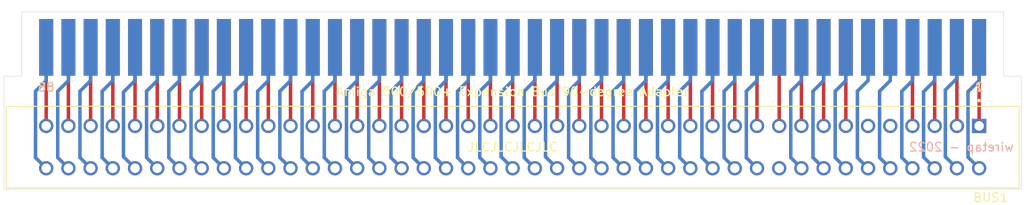
<source format=kicad_pcb>
(kicad_pcb (version 20171130) (host pcbnew "(5.1.6)-1")

  (general
    (thickness 1.6)
    (drawings 12)
    (tracks 209)
    (zones 0)
    (modules 2)
    (nets 78)
  )

  (page A4)
  (layers
    (0 F.Cu signal)
    (31 B.Cu signal)
    (32 B.Adhes user)
    (33 F.Adhes user)
    (34 B.Paste user)
    (35 F.Paste user)
    (36 B.SilkS user)
    (37 F.SilkS user)
    (38 B.Mask user)
    (39 F.Mask user)
    (40 Dwgs.User user)
    (41 Cmts.User user)
    (42 Eco1.User user)
    (43 Eco2.User user)
    (44 Edge.Cuts user)
    (45 Margin user)
    (46 B.CrtYd user)
    (47 F.CrtYd user)
    (48 B.Fab user)
    (49 F.Fab user)
  )

  (setup
    (last_trace_width 0.25)
    (user_trace_width 0.4)
    (trace_clearance 0.2)
    (zone_clearance 0.508)
    (zone_45_only no)
    (trace_min 0.2)
    (via_size 0.8)
    (via_drill 0.4)
    (via_min_size 0.4)
    (via_min_drill 0.3)
    (uvia_size 0.3)
    (uvia_drill 0.1)
    (uvias_allowed no)
    (uvia_min_size 0.2)
    (uvia_min_drill 0.1)
    (edge_width 0.05)
    (segment_width 0.2)
    (pcb_text_width 0.3)
    (pcb_text_size 1.5 1.5)
    (mod_edge_width 0.12)
    (mod_text_size 1 1)
    (mod_text_width 0.15)
    (pad_size 1.524 1.524)
    (pad_drill 0.762)
    (pad_to_mask_clearance 0.05)
    (aux_axis_origin 0 0)
    (visible_elements 7FFFFFFF)
    (pcbplotparams
      (layerselection 0x010fc_ffffffff)
      (usegerberextensions false)
      (usegerberattributes true)
      (usegerberadvancedattributes true)
      (creategerberjobfile true)
      (excludeedgelayer true)
      (linewidth 0.100000)
      (plotframeref false)
      (viasonmask false)
      (mode 1)
      (useauxorigin false)
      (hpglpennumber 1)
      (hpglpenspeed 20)
      (hpglpendiameter 15.000000)
      (psnegative false)
      (psa4output false)
      (plotreference true)
      (plotvalue true)
      (plotinvisibletext false)
      (padsonsilk false)
      (subtractmaskfromsilk false)
      (outputformat 1)
      (mirror false)
      (drillshape 0)
      (scaleselection 1)
      (outputdirectory "C:/Users/wiretap/Desktop/A500-Side-90/gerbers/"))
  )

  (net 0 "")
  (net 1 /D5)
  (net 2 GND)
  (net 3 /D6)
  (net 4 /D4)
  (net 5 /D7)
  (net 6 /D3)
  (net 7 /D8)
  (net 8 /D2)
  (net 9 /D9)
  (net 10 /D1)
  (net 11 /D10)
  (net 12 /D0)
  (net 13 /AS)
  (net 14 /UDS)
  (net 15 /D11)
  (net 16 /LDS)
  (net 17 /D12)
  (net 18 /RW)
  (net 19 /D13)
  (net 20 /DTACK)
  (net 21 /D14)
  (net 22 /BG)
  (net 23 /D15)
  (net 24 /BGACK)
  (net 25 /BR)
  (net 26 /A23)
  (net 27 /A21)
  (net 28 /A22)
  (net 29 /A20)
  (net 30 /A19)
  (net 31 /RST)
  (net 32 /A18)
  (net 33 /VMA)
  (net 34 /E)
  (net 35 /VPA)
  (net 36 /A17)
  (net 37 /BERR)
  (net 38 /A16)
  (net 39 /IPL2)
  (net 40 /A15)
  (net 41 /IPL1)
  (net 42 /A14)
  (net 43 /IPL0)
  (net 44 /A13)
  (net 45 /A12)
  (net 46 /A11)
  (net 47 /FC2)
  (net 48 /A10)
  (net 49 /FC1)
  (net 50 /A9)
  (net 51 /FC0)
  (net 52 /A8)
  (net 53 /A1)
  (net 54 /A7)
  (net 55 /A2)
  (net 56 /A3)
  (net 57 /A4)
  (net 58 /A6)
  (net 59 /INT6)
  (net 60 /A5)
  (net 61 "Net-(BUS1-Pad20)")
  (net 62 /INT2)
  (net 63 /XRDY)
  (net 64 /HLT)
  (net 65 /CCK)
  (net 66 /CDAC)
  (net 67 /CCKQ)
  (net 68 /CFG)
  (net 69 "Net-(BUS1-Pad11)")
  (net 70 +12V)
  (net 71 "Net-(BUS1-Pad9)")
  (net 72 -12V)
  (net 73 /7MHZ)
  (net 74 +5V)
  (net 75 "Net-(BUS2-Pad20)")
  (net 76 "Net-(BUS2-Pad11)")
  (net 77 "Net-(BUS2-Pad9)")

  (net_class Default "This is the default net class."
    (clearance 0.2)
    (trace_width 0.25)
    (via_dia 0.8)
    (via_drill 0.4)
    (uvia_dia 0.3)
    (uvia_drill 0.1)
    (add_net +12V)
    (add_net +5V)
    (add_net -12V)
    (add_net /7MHZ)
    (add_net /A1)
    (add_net /A10)
    (add_net /A11)
    (add_net /A12)
    (add_net /A13)
    (add_net /A14)
    (add_net /A15)
    (add_net /A16)
    (add_net /A17)
    (add_net /A18)
    (add_net /A19)
    (add_net /A2)
    (add_net /A20)
    (add_net /A21)
    (add_net /A22)
    (add_net /A23)
    (add_net /A3)
    (add_net /A4)
    (add_net /A5)
    (add_net /A6)
    (add_net /A7)
    (add_net /A8)
    (add_net /A9)
    (add_net /AS)
    (add_net /BERR)
    (add_net /BG)
    (add_net /BGACK)
    (add_net /BR)
    (add_net /CCK)
    (add_net /CCKQ)
    (add_net /CDAC)
    (add_net /CFG)
    (add_net /D0)
    (add_net /D1)
    (add_net /D10)
    (add_net /D11)
    (add_net /D12)
    (add_net /D13)
    (add_net /D14)
    (add_net /D15)
    (add_net /D2)
    (add_net /D3)
    (add_net /D4)
    (add_net /D5)
    (add_net /D6)
    (add_net /D7)
    (add_net /D8)
    (add_net /D9)
    (add_net /DTACK)
    (add_net /E)
    (add_net /FC0)
    (add_net /FC1)
    (add_net /FC2)
    (add_net /HLT)
    (add_net /INT2)
    (add_net /INT6)
    (add_net /IPL0)
    (add_net /IPL1)
    (add_net /IPL2)
    (add_net /LDS)
    (add_net /RST)
    (add_net /RW)
    (add_net /UDS)
    (add_net /VMA)
    (add_net /VPA)
    (add_net /XRDY)
    (add_net GND)
    (add_net "Net-(BUS1-Pad11)")
    (add_net "Net-(BUS1-Pad20)")
    (add_net "Net-(BUS1-Pad9)")
    (add_net "Net-(BUS2-Pad11)")
    (add_net "Net-(BUS2-Pad20)")
    (add_net "Net-(BUS2-Pad9)")
  )

  (module SamacSys_Parts:TE_1-5530843-0 (layer F.Cu) (tedit 62267ABB) (tstamp 6226E21C)
    (at 151.638 86.614 180)
    (path /62266E74)
    (fp_text reference BUS1 (at -54.652 -5.7912) (layer F.SilkS)
      (effects (font (size 1 1) (thickness 0.15)))
    )
    (fp_text value A500_SLOT (at -48.937 6.2316) (layer F.Fab)
      (effects (font (size 1 1) (thickness 0.15)))
    )
    (fp_line (start -57.912 -4.6736) (end -57.912 4.6736) (layer F.SilkS) (width 0.127))
    (fp_line (start 57.912 4.6736) (end 57.912 -4.6736) (layer F.SilkS) (width 0.127))
    (fp_line (start 57.912 -4.6736) (end -57.912 -4.6736) (layer F.Fab) (width 0.127))
    (fp_line (start 57.912 4.6736) (end 57.912 -4.6736) (layer F.Fab) (width 0.127))
    (fp_line (start -57.912 4.6736) (end 57.912 4.6736) (layer F.Fab) (width 0.127))
    (fp_line (start -57.912 -4.6736) (end -57.912 4.6736) (layer F.Fab) (width 0.127))
    (fp_line (start 58.162 -4.9236) (end -58.162 -4.9236) (layer F.CrtYd) (width 0.05))
    (fp_line (start 58.162 4.9236) (end 58.162 -4.9236) (layer F.CrtYd) (width 0.05))
    (fp_line (start -58.162 4.9236) (end 58.162 4.9236) (layer F.CrtYd) (width 0.05))
    (fp_line (start -58.162 -4.9236) (end -58.162 4.9236) (layer F.CrtYd) (width 0.05))
    (fp_line (start 57.912 -4.6736) (end -57.912 -4.6736) (layer F.SilkS) (width 0.127))
    (fp_line (start -57.912 4.6736) (end 57.912 4.6736) (layer F.SilkS) (width 0.127))
    (fp_circle (center -53.34 5.334) (end -53.24 5.334) (layer F.SilkS) (width 0.2))
    (fp_circle (center -53.34 5.334) (end -53.24 5.334) (layer F.Fab) (width 0.2))
    (pad 86 thru_hole circle (at 53.34 -2.4257 180) (size 1.6383 1.6383) (drill 1.0922) (layers *.Cu *.Mask)
      (net 1 /D5))
    (pad 85 thru_hole circle (at 53.34 2.4257 180) (size 1.6383 1.6383) (drill 1.0922) (layers *.Cu *.Mask)
      (net 2 GND))
    (pad 84 thru_hole circle (at 50.8 -2.4257 180) (size 1.6383 1.6383) (drill 1.0922) (layers *.Cu *.Mask)
      (net 3 /D6))
    (pad 83 thru_hole circle (at 50.8 2.4257 180) (size 1.6383 1.6383) (drill 1.0922) (layers *.Cu *.Mask)
      (net 4 /D4))
    (pad 82 thru_hole circle (at 48.26 -2.4257 180) (size 1.6383 1.6383) (drill 1.0922) (layers *.Cu *.Mask)
      (net 5 /D7))
    (pad 81 thru_hole circle (at 48.26 2.4257 180) (size 1.6383 1.6383) (drill 1.0922) (layers *.Cu *.Mask)
      (net 6 /D3))
    (pad 80 thru_hole circle (at 45.72 -2.4257 180) (size 1.6383 1.6383) (drill 1.0922) (layers *.Cu *.Mask)
      (net 7 /D8))
    (pad 79 thru_hole circle (at 45.72 2.4257 180) (size 1.6383 1.6383) (drill 1.0922) (layers *.Cu *.Mask)
      (net 8 /D2))
    (pad 78 thru_hole circle (at 43.18 -2.4257 180) (size 1.6383 1.6383) (drill 1.0922) (layers *.Cu *.Mask)
      (net 9 /D9))
    (pad 77 thru_hole circle (at 43.18 2.4257 180) (size 1.6383 1.6383) (drill 1.0922) (layers *.Cu *.Mask)
      (net 10 /D1))
    (pad 76 thru_hole circle (at 40.64 -2.4257 180) (size 1.6383 1.6383) (drill 1.0922) (layers *.Cu *.Mask)
      (net 11 /D10))
    (pad 75 thru_hole circle (at 40.64 2.4257 180) (size 1.6383 1.6383) (drill 1.0922) (layers *.Cu *.Mask)
      (net 12 /D0))
    (pad 74 thru_hole circle (at 38.1 -2.4257 180) (size 1.6383 1.6383) (drill 1.0922) (layers *.Cu *.Mask)
      (net 13 /AS))
    (pad 73 thru_hole circle (at 38.1 2.4257 180) (size 1.6383 1.6383) (drill 1.0922) (layers *.Cu *.Mask)
      (net 2 GND))
    (pad 72 thru_hole circle (at 35.56 -2.4257 180) (size 1.6383 1.6383) (drill 1.0922) (layers *.Cu *.Mask)
      (net 14 /UDS))
    (pad 71 thru_hole circle (at 35.56 2.4257 180) (size 1.6383 1.6383) (drill 1.0922) (layers *.Cu *.Mask)
      (net 15 /D11))
    (pad 70 thru_hole circle (at 33.02 -2.4257 180) (size 1.6383 1.6383) (drill 1.0922) (layers *.Cu *.Mask)
      (net 16 /LDS))
    (pad 69 thru_hole circle (at 33.02 2.4257 180) (size 1.6383 1.6383) (drill 1.0922) (layers *.Cu *.Mask)
      (net 17 /D12))
    (pad 68 thru_hole circle (at 30.48 -2.4257 180) (size 1.6383 1.6383) (drill 1.0922) (layers *.Cu *.Mask)
      (net 18 /RW))
    (pad 67 thru_hole circle (at 30.48 2.4257 180) (size 1.6383 1.6383) (drill 1.0922) (layers *.Cu *.Mask)
      (net 19 /D13))
    (pad 66 thru_hole circle (at 27.94 -2.4257 180) (size 1.6383 1.6383) (drill 1.0922) (layers *.Cu *.Mask)
      (net 20 /DTACK))
    (pad 65 thru_hole circle (at 27.94 2.4257 180) (size 1.6383 1.6383) (drill 1.0922) (layers *.Cu *.Mask)
      (net 21 /D14))
    (pad 64 thru_hole circle (at 25.4 -2.4257 180) (size 1.6383 1.6383) (drill 1.0922) (layers *.Cu *.Mask)
      (net 22 /BG))
    (pad 63 thru_hole circle (at 25.4 2.4257 180) (size 1.6383 1.6383) (drill 1.0922) (layers *.Cu *.Mask)
      (net 23 /D15))
    (pad 62 thru_hole circle (at 22.86 -2.4257 180) (size 1.6383 1.6383) (drill 1.0922) (layers *.Cu *.Mask)
      (net 24 /BGACK))
    (pad 61 thru_hole circle (at 22.86 2.4257 180) (size 1.6383 1.6383) (drill 1.0922) (layers *.Cu *.Mask)
      (net 2 GND))
    (pad 60 thru_hole circle (at 20.32 -2.4257 180) (size 1.6383 1.6383) (drill 1.0922) (layers *.Cu *.Mask)
      (net 25 /BR))
    (pad 59 thru_hole circle (at 20.32 2.4257 180) (size 1.6383 1.6383) (drill 1.0922) (layers *.Cu *.Mask)
      (net 26 /A23))
    (pad 58 thru_hole circle (at 17.78 -2.4257 180) (size 1.6383 1.6383) (drill 1.0922) (layers *.Cu *.Mask)
      (net 27 /A21))
    (pad 57 thru_hole circle (at 17.78 2.4257 180) (size 1.6383 1.6383) (drill 1.0922) (layers *.Cu *.Mask)
      (net 28 /A22))
    (pad 56 thru_hole circle (at 15.24 -2.4257 180) (size 1.6383 1.6383) (drill 1.0922) (layers *.Cu *.Mask)
      (net 29 /A20))
    (pad 55 thru_hole circle (at 15.24 2.4257 180) (size 1.6383 1.6383) (drill 1.0922) (layers *.Cu *.Mask))
    (pad 54 thru_hole circle (at 12.7 -2.4257 180) (size 1.6383 1.6383) (drill 1.0922) (layers *.Cu *.Mask)
      (net 30 /A19))
    (pad 53 thru_hole circle (at 12.7 2.4257 180) (size 1.6383 1.6383) (drill 1.0922) (layers *.Cu *.Mask)
      (net 31 /RST))
    (pad 52 thru_hole circle (at 10.16 -2.4257 180) (size 1.6383 1.6383) (drill 1.0922) (layers *.Cu *.Mask)
      (net 32 /A18))
    (pad 51 thru_hole circle (at 10.16 2.4257 180) (size 1.6383 1.6383) (drill 1.0922) (layers *.Cu *.Mask)
      (net 33 /VMA))
    (pad 50 thru_hole circle (at 7.62 -2.4257 180) (size 1.6383 1.6383) (drill 1.0922) (layers *.Cu *.Mask)
      (net 34 /E))
    (pad 49 thru_hole circle (at 7.62 2.4257 180) (size 1.6383 1.6383) (drill 1.0922) (layers *.Cu *.Mask)
      (net 2 GND))
    (pad 48 thru_hole circle (at 5.08 -2.4257 180) (size 1.6383 1.6383) (drill 1.0922) (layers *.Cu *.Mask)
      (net 35 /VPA))
    (pad 47 thru_hole circle (at 5.08 2.4257 180) (size 1.6383 1.6383) (drill 1.0922) (layers *.Cu *.Mask)
      (net 36 /A17))
    (pad 46 thru_hole circle (at 2.54 -2.4257 180) (size 1.6383 1.6383) (drill 1.0922) (layers *.Cu *.Mask)
      (net 37 /BERR))
    (pad 45 thru_hole circle (at 2.54 2.4257 180) (size 1.6383 1.6383) (drill 1.0922) (layers *.Cu *.Mask)
      (net 38 /A16))
    (pad 44 thru_hole circle (at 0 -2.4257 180) (size 1.6383 1.6383) (drill 1.0922) (layers *.Cu *.Mask)
      (net 39 /IPL2))
    (pad 43 thru_hole circle (at 0 2.4257 180) (size 1.6383 1.6383) (drill 1.0922) (layers *.Cu *.Mask)
      (net 40 /A15))
    (pad 42 thru_hole circle (at -2.54 -2.4257 180) (size 1.6383 1.6383) (drill 1.0922) (layers *.Cu *.Mask)
      (net 41 /IPL1))
    (pad 41 thru_hole circle (at -2.54 2.4257 180) (size 1.6383 1.6383) (drill 1.0922) (layers *.Cu *.Mask)
      (net 42 /A14))
    (pad 40 thru_hole circle (at -5.08 -2.4257 180) (size 1.6383 1.6383) (drill 1.0922) (layers *.Cu *.Mask)
      (net 43 /IPL0))
    (pad 39 thru_hole circle (at -5.08 2.4257 180) (size 1.6383 1.6383) (drill 1.0922) (layers *.Cu *.Mask)
      (net 44 /A13))
    (pad 38 thru_hole circle (at -7.62 -2.4257 180) (size 1.6383 1.6383) (drill 1.0922) (layers *.Cu *.Mask)
      (net 45 /A12))
    (pad 37 thru_hole circle (at -7.62 2.4257 180) (size 1.6383 1.6383) (drill 1.0922) (layers *.Cu *.Mask)
      (net 2 GND))
    (pad 36 thru_hole circle (at -10.16 -2.4257 180) (size 1.6383 1.6383) (drill 1.0922) (layers *.Cu *.Mask)
      (net 46 /A11))
    (pad 35 thru_hole circle (at -10.16 2.4257 180) (size 1.6383 1.6383) (drill 1.0922) (layers *.Cu *.Mask)
      (net 47 /FC2))
    (pad 34 thru_hole circle (at -12.7 -2.4257 180) (size 1.6383 1.6383) (drill 1.0922) (layers *.Cu *.Mask)
      (net 48 /A10))
    (pad 33 thru_hole circle (at -12.7 2.4257 180) (size 1.6383 1.6383) (drill 1.0922) (layers *.Cu *.Mask)
      (net 49 /FC1))
    (pad 32 thru_hole circle (at -15.24 -2.4257 180) (size 1.6383 1.6383) (drill 1.0922) (layers *.Cu *.Mask)
      (net 50 /A9))
    (pad 31 thru_hole circle (at -15.24 2.4257 180) (size 1.6383 1.6383) (drill 1.0922) (layers *.Cu *.Mask)
      (net 51 /FC0))
    (pad 30 thru_hole circle (at -17.78 -2.4257 180) (size 1.6383 1.6383) (drill 1.0922) (layers *.Cu *.Mask)
      (net 52 /A8))
    (pad 29 thru_hole circle (at -17.78 2.4257 180) (size 1.6383 1.6383) (drill 1.0922) (layers *.Cu *.Mask)
      (net 53 /A1))
    (pad 28 thru_hole circle (at -20.32 -2.4257 180) (size 1.6383 1.6383) (drill 1.0922) (layers *.Cu *.Mask)
      (net 54 /A7))
    (pad 27 thru_hole circle (at -20.32 2.4257 180) (size 1.6383 1.6383) (drill 1.0922) (layers *.Cu *.Mask)
      (net 55 /A2))
    (pad 26 thru_hole circle (at -22.86 -2.4257 180) (size 1.6383 1.6383) (drill 1.0922) (layers *.Cu *.Mask)
      (net 56 /A3))
    (pad 25 thru_hole circle (at -22.86 2.4257 180) (size 1.6383 1.6383) (drill 1.0922) (layers *.Cu *.Mask)
      (net 2 GND))
    (pad 24 thru_hole circle (at -25.4 -2.4257 180) (size 1.6383 1.6383) (drill 1.0922) (layers *.Cu *.Mask)
      (net 57 /A4))
    (pad 23 thru_hole circle (at -25.4 2.4257 180) (size 1.6383 1.6383) (drill 1.0922) (layers *.Cu *.Mask)
      (net 58 /A6))
    (pad 22 thru_hole circle (at -27.94 -2.4257 180) (size 1.6383 1.6383) (drill 1.0922) (layers *.Cu *.Mask)
      (net 59 /INT6))
    (pad 21 thru_hole circle (at -27.94 2.4257 180) (size 1.6383 1.6383) (drill 1.0922) (layers *.Cu *.Mask)
      (net 60 /A5))
    (pad 20 thru_hole circle (at -30.48 -2.4257 180) (size 1.6383 1.6383) (drill 1.0922) (layers *.Cu *.Mask)
      (net 61 "Net-(BUS1-Pad20)"))
    (pad 19 thru_hole circle (at -30.48 2.4257 180) (size 1.6383 1.6383) (drill 1.0922) (layers *.Cu *.Mask)
      (net 62 /INT2))
    (pad 18 thru_hole circle (at -33.02 -2.4257 180) (size 1.6383 1.6383) (drill 1.0922) (layers *.Cu *.Mask)
      (net 63 /XRDY))
    (pad 17 thru_hole circle (at -33.02 2.4257 180) (size 1.6383 1.6383) (drill 1.0922) (layers *.Cu *.Mask)
      (net 64 /HLT))
    (pad 16 thru_hole circle (at -35.56 -2.4257 180) (size 1.6383 1.6383) (drill 1.0922) (layers *.Cu *.Mask)
      (net 65 /CCK))
    (pad 15 thru_hole circle (at -35.56 2.4257 180) (size 1.6383 1.6383) (drill 1.0922) (layers *.Cu *.Mask)
      (net 66 /CDAC))
    (pad 14 thru_hole circle (at -38.1 -2.4257 180) (size 1.6383 1.6383) (drill 1.0922) (layers *.Cu *.Mask)
      (net 67 /CCKQ))
    (pad 13 thru_hole circle (at -38.1 2.4257 180) (size 1.6383 1.6383) (drill 1.0922) (layers *.Cu *.Mask)
      (net 2 GND))
    (pad 12 thru_hole circle (at -40.64 -2.4257 180) (size 1.6383 1.6383) (drill 1.0922) (layers *.Cu *.Mask)
      (net 68 /CFG))
    (pad 11 thru_hole circle (at -40.64 2.4257 180) (size 1.6383 1.6383) (drill 1.0922) (layers *.Cu *.Mask)
      (net 69 "Net-(BUS1-Pad11)"))
    (pad 10 thru_hole circle (at -43.18 -2.4257 180) (size 1.6383 1.6383) (drill 1.0922) (layers *.Cu *.Mask)
      (net 70 +12V))
    (pad 9 thru_hole circle (at -43.18 2.4257 180) (size 1.6383 1.6383) (drill 1.0922) (layers *.Cu *.Mask)
      (net 71 "Net-(BUS1-Pad9)"))
    (pad 8 thru_hole circle (at -45.72 -2.4257 180) (size 1.6383 1.6383) (drill 1.0922) (layers *.Cu *.Mask)
      (net 72 -12V))
    (pad 7 thru_hole circle (at -45.72 2.4257 180) (size 1.6383 1.6383) (drill 1.0922) (layers *.Cu *.Mask)
      (net 73 /7MHZ))
    (pad 6 thru_hole circle (at -48.26 -2.4257 180) (size 1.6383 1.6383) (drill 1.0922) (layers *.Cu *.Mask)
      (net 74 +5V))
    (pad 5 thru_hole circle (at -48.26 2.4257 180) (size 1.6383 1.6383) (drill 1.0922) (layers *.Cu *.Mask)
      (net 74 +5V))
    (pad 4 thru_hole circle (at -50.8 -2.4257 180) (size 1.6383 1.6383) (drill 1.0922) (layers *.Cu *.Mask)
      (net 2 GND))
    (pad 3 thru_hole circle (at -50.8 2.4257 180) (size 1.6383 1.6383) (drill 1.0922) (layers *.Cu *.Mask)
      (net 2 GND))
    (pad 2 thru_hole circle (at -53.34 -2.4257 180) (size 1.6383 1.6383) (drill 1.0922) (layers *.Cu *.Mask)
      (net 2 GND))
    (pad 1 thru_hole rect (at -53.34 2.4257 180) (size 1.6383 1.6383) (drill 1.0922) (layers *.Cu *.Mask)
      (net 2 GND))
    (model "C:/Users/wiretap/Downloads/Kicad Library Downloads/SamacSys_Parts.3dshapes/1-5530843-0.step"
      (offset (xyz 0 0 15.5))
      (scale (xyz 1 1 1))
      (rotate (xyz 0 0 0))
    )
  )

  (module SamacSys_Parts:A2000_COPRO_SLOT (layer F.Cu) (tedit 5BD603A6) (tstamp 6226E280)
    (at 184.658 70.104 180)
    (path /6226F0B4)
    (fp_text reference BUS2 (at 33.02 0.5) (layer F.SilkS) hide
      (effects (font (size 1 1) (thickness 0.15)))
    )
    (fp_text value A500_SLOT (at 33.02 -0.5) (layer F.Fab)
      (effects (font (size 1 1) (thickness 0.15)))
    )
    (fp_line (start 89.027 -8.382) (end 89.027 -1.143) (layer F.CrtYd) (width 0.15))
    (fp_line (start 89.027 -1.143) (end -22.987 -1.143) (layer F.CrtYd) (width 0.15))
    (fp_line (start -22.987 -1.143) (end -22.987 -8.382) (layer F.CrtYd) (width 0.15))
    (fp_line (start -22.987 -8.382) (end -25.4 -8.382) (layer F.CrtYd) (width 0.15))
    (fp_line (start 89.027 -8.382) (end 91.567 -8.382) (layer F.CrtYd) (width 0.15))
    (fp_text user 86 (at 86.36 -9.652) (layer B.SilkS)
      (effects (font (size 1 1) (thickness 0.15)) (justify mirror))
    )
    (fp_text user 85 (at 86.36 -9.652) (layer F.SilkS)
      (effects (font (size 1 1) (thickness 0.15)))
    )
    (fp_text user 2 (at -20.32 -9.652) (layer B.SilkS)
      (effects (font (size 1 1) (thickness 0.15)) (justify mirror))
    )
    (fp_text user 1 (at -20.32 -9.652) (layer F.SilkS)
      (effects (font (size 1 1) (thickness 0.15)))
    )
    (pad 87 smd rect (at 33.02 -4.699 180) (size 112.014 7.239) (layers *.Mask))
    (pad 86 smd rect (at 86.36 -5.08 180) (size 1.6 6.5) (layers B.Cu B.Paste B.Mask)
      (net 1 /D5))
    (pad 85 smd rect (at 86.36 -5.08 180) (size 1.6 6.5) (layers F.Cu F.Paste F.Mask)
      (net 2 GND))
    (pad 84 smd rect (at 83.82 -5.08 180) (size 1.6 6.5) (layers B.Cu B.Paste B.Mask)
      (net 3 /D6))
    (pad 83 smd rect (at 83.82 -5.08 180) (size 1.6 6.5) (layers F.Cu F.Paste F.Mask)
      (net 4 /D4))
    (pad 82 smd rect (at 81.28 -5.08 180) (size 1.6 6.5) (layers B.Cu B.Paste B.Mask)
      (net 5 /D7))
    (pad 81 smd rect (at 81.28 -5.08 180) (size 1.6 6.5) (layers F.Cu F.Paste F.Mask)
      (net 6 /D3))
    (pad 80 smd rect (at 78.74 -5.08 180) (size 1.6 6.5) (layers B.Cu B.Paste B.Mask)
      (net 7 /D8))
    (pad 79 smd rect (at 78.74 -5.08 180) (size 1.6 6.5) (layers F.Cu F.Paste F.Mask)
      (net 8 /D2))
    (pad 78 smd rect (at 76.2 -5.08 180) (size 1.6 6.5) (layers B.Cu B.Paste B.Mask)
      (net 9 /D9))
    (pad 77 smd rect (at 76.2 -5.08 180) (size 1.6 6.5) (layers F.Cu F.Paste F.Mask)
      (net 10 /D1))
    (pad 76 smd rect (at 73.66 -5.08 180) (size 1.6 6.5) (layers B.Cu B.Paste B.Mask)
      (net 11 /D10))
    (pad 75 smd rect (at 73.66 -5.08 180) (size 1.6 6.5) (layers F.Cu F.Paste F.Mask)
      (net 12 /D0))
    (pad 74 smd rect (at 71.12 -5.08 180) (size 1.6 6.5) (layers B.Cu B.Paste B.Mask)
      (net 13 /AS))
    (pad 73 smd rect (at 71.12 -5.08 180) (size 1.6 6.5) (layers F.Cu F.Paste F.Mask)
      (net 2 GND))
    (pad 72 smd rect (at 68.58 -5.08 180) (size 1.6 6.5) (layers B.Cu B.Paste B.Mask)
      (net 14 /UDS))
    (pad 71 smd rect (at 68.58 -5.08 180) (size 1.6 6.5) (layers F.Cu F.Paste F.Mask)
      (net 15 /D11))
    (pad 70 smd rect (at 66.04 -5.08 180) (size 1.6 6.5) (layers B.Cu B.Paste B.Mask)
      (net 16 /LDS))
    (pad 69 smd rect (at 66.04 -5.08 180) (size 1.6 6.5) (layers F.Cu F.Paste F.Mask)
      (net 17 /D12))
    (pad 68 smd rect (at 63.5 -5.08 180) (size 1.6 6.5) (layers B.Cu B.Paste B.Mask)
      (net 18 /RW))
    (pad 67 smd rect (at 63.5 -5.08 180) (size 1.6 6.5) (layers F.Cu F.Paste F.Mask)
      (net 19 /D13))
    (pad 66 smd rect (at 60.96 -5.08 180) (size 1.6 6.5) (layers B.Cu B.Paste B.Mask)
      (net 20 /DTACK))
    (pad 65 smd rect (at 60.96 -5.08 180) (size 1.6 6.5) (layers F.Cu F.Paste F.Mask)
      (net 21 /D14))
    (pad 64 smd rect (at 58.42 -5.08 180) (size 1.6 6.5) (layers B.Cu B.Paste B.Mask)
      (net 22 /BG))
    (pad 63 smd rect (at 58.42 -5.08 180) (size 1.6 6.5) (layers F.Cu F.Paste F.Mask)
      (net 23 /D15))
    (pad 62 smd rect (at 55.88 -5.08 180) (size 1.6 6.5) (layers B.Cu B.Paste B.Mask)
      (net 24 /BGACK))
    (pad 61 smd rect (at 55.88 -5.08 180) (size 1.6 6.5) (layers F.Cu F.Paste F.Mask)
      (net 2 GND))
    (pad 60 smd rect (at 53.34 -5.08 180) (size 1.6 6.5) (layers B.Cu B.Paste B.Mask)
      (net 25 /BR))
    (pad 59 smd rect (at 53.34 -5.08 180) (size 1.6 6.5) (layers F.Cu F.Paste F.Mask)
      (net 26 /A23))
    (pad 58 smd rect (at 50.8 -5.08 180) (size 1.6 6.5) (layers B.Cu B.Paste B.Mask)
      (net 27 /A21))
    (pad 57 smd rect (at 50.8 -5.08 180) (size 1.6 6.5) (layers F.Cu F.Paste F.Mask)
      (net 28 /A22))
    (pad 56 smd rect (at 48.26 -5.08 180) (size 1.6 6.5) (layers B.Cu B.Paste B.Mask)
      (net 29 /A20))
    (pad 55 smd rect (at 48.26 -5.08 180) (size 1.6 6.5) (layers F.Cu F.Paste F.Mask))
    (pad 54 smd rect (at 45.72 -5.08 180) (size 1.6 6.5) (layers B.Cu B.Paste B.Mask)
      (net 30 /A19))
    (pad 53 smd rect (at 45.72 -5.08 180) (size 1.6 6.5) (layers F.Cu F.Paste F.Mask)
      (net 31 /RST))
    (pad 52 smd rect (at 43.18 -5.08 180) (size 1.6 6.5) (layers B.Cu B.Paste B.Mask)
      (net 32 /A18))
    (pad 51 smd rect (at 43.18 -5.08 180) (size 1.6 6.5) (layers F.Cu F.Paste F.Mask)
      (net 33 /VMA))
    (pad 50 smd rect (at 40.64 -5.08 180) (size 1.6 6.5) (layers B.Cu B.Paste B.Mask)
      (net 34 /E))
    (pad 49 smd rect (at 40.64 -5.08 180) (size 1.6 6.5) (layers F.Cu F.Paste F.Mask)
      (net 2 GND))
    (pad 48 smd rect (at 38.1 -5.08 180) (size 1.6 6.5) (layers B.Cu B.Paste B.Mask)
      (net 35 /VPA))
    (pad 47 smd rect (at 38.1 -5.08 180) (size 1.6 6.5) (layers F.Cu F.Paste F.Mask)
      (net 36 /A17))
    (pad 46 smd rect (at 35.56 -5.08 180) (size 1.6 6.5) (layers B.Cu B.Paste B.Mask)
      (net 37 /BERR))
    (pad 45 smd rect (at 35.56 -5.08 180) (size 1.6 6.5) (layers F.Cu F.Paste F.Mask)
      (net 38 /A16))
    (pad 44 smd rect (at 33.02 -5.08 180) (size 1.6 6.5) (layers B.Cu B.Paste B.Mask)
      (net 39 /IPL2))
    (pad 43 smd rect (at 33.02 -5.08 180) (size 1.6 6.5) (layers F.Cu F.Paste F.Mask)
      (net 40 /A15))
    (pad 42 smd rect (at 30.48 -5.08 180) (size 1.6 6.5) (layers B.Cu B.Paste B.Mask)
      (net 41 /IPL1))
    (pad 41 smd rect (at 30.48 -5.08 180) (size 1.6 6.5) (layers F.Cu F.Paste F.Mask)
      (net 42 /A14))
    (pad 40 smd rect (at 27.94 -5.08 180) (size 1.6 6.5) (layers B.Cu B.Paste B.Mask)
      (net 43 /IPL0))
    (pad 39 smd rect (at 27.94 -5.08 180) (size 1.6 6.5) (layers F.Cu F.Paste F.Mask)
      (net 44 /A13))
    (pad 38 smd rect (at 25.4 -5.08 180) (size 1.6 6.5) (layers B.Cu B.Paste B.Mask)
      (net 45 /A12))
    (pad 37 smd rect (at 25.4 -5.08 180) (size 1.6 6.5) (layers F.Cu F.Paste F.Mask)
      (net 2 GND))
    (pad 36 smd rect (at 22.86 -5.08 180) (size 1.6 6.5) (layers B.Cu B.Paste B.Mask)
      (net 46 /A11))
    (pad 35 smd rect (at 22.86 -5.08 180) (size 1.6 6.5) (layers F.Cu F.Paste F.Mask)
      (net 47 /FC2))
    (pad 34 smd rect (at 20.32 -5.08 180) (size 1.6 6.5) (layers B.Cu B.Paste B.Mask)
      (net 48 /A10))
    (pad 33 smd rect (at 20.32 -5.08 180) (size 1.6 6.5) (layers F.Cu F.Paste F.Mask)
      (net 49 /FC1))
    (pad 32 smd rect (at 17.78 -5.08 180) (size 1.6 6.5) (layers B.Cu B.Paste B.Mask)
      (net 50 /A9))
    (pad 31 smd rect (at 17.78 -5.08 180) (size 1.6 6.5) (layers F.Cu F.Paste F.Mask)
      (net 51 /FC0))
    (pad 30 smd rect (at 15.24 -5.08 180) (size 1.6 6.5) (layers B.Cu B.Paste B.Mask)
      (net 52 /A8))
    (pad 29 smd rect (at 15.24 -5.08 180) (size 1.6 6.5) (layers F.Cu F.Paste F.Mask)
      (net 53 /A1))
    (pad 28 smd rect (at 12.7 -5.08 180) (size 1.6 6.5) (layers B.Cu B.Paste B.Mask)
      (net 54 /A7))
    (pad 27 smd rect (at 12.7 -5.08 180) (size 1.6 6.5) (layers F.Cu F.Paste F.Mask)
      (net 55 /A2))
    (pad 26 smd rect (at 10.16 -5.08 180) (size 1.6 6.5) (layers B.Cu B.Paste B.Mask)
      (net 56 /A3))
    (pad 25 smd rect (at 10.16 -5.08 180) (size 1.6 6.5) (layers F.Cu F.Paste F.Mask)
      (net 2 GND))
    (pad 24 smd rect (at 7.62 -5.08 180) (size 1.6 6.5) (layers B.Cu B.Paste B.Mask)
      (net 57 /A4))
    (pad 23 smd rect (at 7.62 -5.08 180) (size 1.6 6.5) (layers F.Cu F.Paste F.Mask)
      (net 58 /A6))
    (pad 22 smd rect (at 5.08 -5.08 180) (size 1.6 6.5) (layers B.Cu B.Paste B.Mask)
      (net 59 /INT6))
    (pad 21 smd rect (at 5.08 -5.08 180) (size 1.6 6.5) (layers F.Cu F.Paste F.Mask)
      (net 60 /A5))
    (pad 20 smd rect (at 2.54 -5.08 180) (size 1.6 6.5) (layers B.Cu B.Paste B.Mask)
      (net 75 "Net-(BUS2-Pad20)"))
    (pad 19 smd rect (at 2.54 -5.08 180) (size 1.6 6.5) (layers F.Cu F.Paste F.Mask)
      (net 62 /INT2))
    (pad 18 smd rect (at 0 -5.08 180) (size 1.6 6.5) (layers B.Cu B.Paste B.Mask)
      (net 63 /XRDY))
    (pad 17 smd rect (at 0 -5.08 180) (size 1.6 6.5) (layers F.Cu F.Paste F.Mask)
      (net 64 /HLT))
    (pad 16 smd rect (at -2.54 -5.08 180) (size 1.6 6.5) (layers B.Cu B.Paste B.Mask)
      (net 65 /CCK))
    (pad 15 smd rect (at -2.54 -5.08 180) (size 1.6 6.5) (layers F.Cu F.Paste F.Mask)
      (net 66 /CDAC))
    (pad 14 smd rect (at -5.08 -5.08 180) (size 1.6 6.5) (layers B.Cu B.Paste B.Mask)
      (net 67 /CCKQ))
    (pad 13 smd rect (at -5.08 -5.08 180) (size 1.6 6.5) (layers F.Cu F.Paste F.Mask)
      (net 2 GND))
    (pad 12 smd rect (at -7.62 -5.08 180) (size 1.6 6.5) (layers B.Cu B.Paste B.Mask)
      (net 68 /CFG))
    (pad 11 smd rect (at -7.62 -5.08 180) (size 1.6 6.5) (layers F.Cu F.Paste F.Mask)
      (net 76 "Net-(BUS2-Pad11)"))
    (pad 10 smd rect (at -10.16 -5.08 180) (size 1.6 6.5) (layers B.Cu B.Paste B.Mask)
      (net 70 +12V))
    (pad 9 smd rect (at -10.16 -5.08 180) (size 1.6 6.5) (layers F.Cu F.Paste F.Mask)
      (net 77 "Net-(BUS2-Pad9)"))
    (pad 8 smd rect (at -12.7 -5.08 180) (size 1.6 6.5) (layers B.Cu B.Paste B.Mask)
      (net 72 -12V))
    (pad 7 smd rect (at -12.7 -5.08 180) (size 1.6 6.5) (layers F.Cu F.Paste F.Mask)
      (net 73 /7MHZ))
    (pad 6 smd rect (at -15.24 -5.08 180) (size 1.6 6.5) (layers B.Cu B.Paste B.Mask)
      (net 74 +5V))
    (pad 5 smd rect (at -15.24 -5.08 180) (size 1.6 6.5) (layers F.Cu F.Paste F.Mask)
      (net 74 +5V))
    (pad 4 smd rect (at -17.78 -5.08 180) (size 1.6 6.5) (layers B.Cu B.Paste B.Mask)
      (net 2 GND))
    (pad 2 smd rect (at -20.32 -5.08 180) (size 1.6 6.5) (layers B.Cu B.Paste B.Mask)
      (net 2 GND))
    (pad 3 smd rect (at -17.78 -5.08 180) (size 1.6 6.5) (layers F.Cu F.Paste F.Mask)
      (net 2 GND))
    (pad 1 smd rect (at -20.32 -5.08 180) (size 1.6 6.5) (layers F.Cu F.Paste F.Mask)
      (net 2 GND))
  )

  (gr_text "wiretap - 2022" (at 202.946 86.614) (layer B.SilkS)
    (effects (font (size 1 1) (thickness 0.15)) (justify mirror))
  )
  (gr_text "Amiga 500/500+ Expansion Bus 90-degree Adapter" (at 151.638 80.264) (layer F.SilkS)
    (effects (font (size 1 1) (thickness 0.15)))
  )
  (gr_text JLCJLCJLCJLC (at 151.638 86.614) (layer F.SilkS)
    (effects (font (size 1 1) (thickness 0.15)))
  )
  (gr_line (start 95.504 71.12) (end 207.772 71.12) (layer Edge.Cuts) (width 0.05) (tstamp 6226EA04))
  (gr_line (start 95.504 71.374) (end 95.504 71.12) (layer Edge.Cuts) (width 0.05))
  (gr_line (start 95.504 78.486) (end 95.504 71.374) (layer Edge.Cuts) (width 0.05))
  (gr_line (start 93.472 78.486) (end 95.504 78.486) (layer Edge.Cuts) (width 0.05))
  (gr_line (start 93.472 91.44) (end 93.472 78.486) (layer Edge.Cuts) (width 0.05))
  (gr_line (start 209.804 91.44) (end 93.472 91.44) (layer Edge.Cuts) (width 0.05))
  (gr_line (start 209.804 78.486) (end 209.804 91.44) (layer Edge.Cuts) (width 0.05))
  (gr_line (start 207.772 78.486) (end 209.804 78.486) (layer Edge.Cuts) (width 0.05))
  (gr_line (start 207.772 71.12) (end 207.772 78.486) (layer Edge.Cuts) (width 0.05))

  (segment (start 136.398 84.1883) (end 136.398 75.184) (width 0.4) (layer F.Cu) (net 0))
  (segment (start 97.078849 87.820549) (end 97.078849 80.213151) (width 0.4) (layer B.Cu) (net 1))
  (segment (start 98.298 89.0397) (end 97.078849 87.820549) (width 0.4) (layer B.Cu) (net 1))
  (segment (start 98.298 78.994) (end 98.298 75.184) (width 0.4) (layer B.Cu) (net 1))
  (segment (start 97.078849 80.213151) (end 98.298 78.994) (width 0.4) (layer B.Cu) (net 1))
  (segment (start 189.738 84.1883) (end 189.738 75.184) (width 0.4) (layer F.Cu) (net 2))
  (segment (start 202.438 84.1883) (end 202.438 75.184) (width 0.4) (layer F.Cu) (net 2))
  (segment (start 204.978 84.1883) (end 204.978 75.184) (width 0.4) (layer F.Cu) (net 2))
  (segment (start 202.438 89.0397) (end 201.117151 87.718851) (width 0.4) (layer B.Cu) (net 2))
  (segment (start 201.117151 87.718851) (end 201.117151 80.060849) (width 0.4) (layer B.Cu) (net 2))
  (segment (start 202.438 78.74) (end 202.438 75.184) (width 0.4) (layer B.Cu) (net 2))
  (segment (start 201.117151 80.060849) (end 202.438 78.74) (width 0.4) (layer B.Cu) (net 2))
  (segment (start 204.978 89.0397) (end 203.708 87.7697) (width 0.4) (layer B.Cu) (net 2))
  (segment (start 203.708 87.7697) (end 203.708 80.264) (width 0.4) (layer B.Cu) (net 2))
  (segment (start 204.978 78.994) (end 204.978 75.184) (width 0.4) (layer B.Cu) (net 2))
  (segment (start 203.708 80.264) (end 204.978 78.994) (width 0.4) (layer B.Cu) (net 2))
  (segment (start 174.498 84.1883) (end 174.498 75.184) (width 0.4) (layer F.Cu) (net 2))
  (segment (start 159.258 84.1883) (end 159.258 75.184) (width 0.4) (layer F.Cu) (net 2))
  (segment (start 144.018 84.1883) (end 144.018 75.184) (width 0.4) (layer F.Cu) (net 2))
  (segment (start 128.778 84.1883) (end 128.778 75.184) (width 0.4) (layer F.Cu) (net 2))
  (segment (start 98.298 84.1883) (end 98.298 75.184) (width 0.4) (layer F.Cu) (net 2))
  (segment (start 113.538 84.1883) (end 113.538 75.184) (width 0.4) (layer F.Cu) (net 2))
  (segment (start 99.618849 87.820549) (end 99.618849 80.213151) (width 0.4) (layer B.Cu) (net 3))
  (segment (start 100.838 89.0397) (end 99.618849 87.820549) (width 0.4) (layer B.Cu) (net 3))
  (segment (start 100.838 78.994) (end 100.838 75.184) (width 0.4) (layer B.Cu) (net 3))
  (segment (start 99.618849 80.213151) (end 100.838 78.994) (width 0.4) (layer B.Cu) (net 3))
  (segment (start 100.838 84.1883) (end 100.838 75.184) (width 0.4) (layer F.Cu) (net 4))
  (segment (start 102.158849 87.820549) (end 102.158849 80.213151) (width 0.4) (layer B.Cu) (net 5))
  (segment (start 103.378 89.0397) (end 102.158849 87.820549) (width 0.4) (layer B.Cu) (net 5))
  (segment (start 103.378 78.994) (end 103.378 75.184) (width 0.4) (layer B.Cu) (net 5))
  (segment (start 102.158849 80.213151) (end 103.378 78.994) (width 0.4) (layer B.Cu) (net 5))
  (segment (start 103.378 84.1883) (end 103.378 75.184) (width 0.4) (layer F.Cu) (net 6))
  (segment (start 104.698849 87.820549) (end 104.698849 80.213151) (width 0.4) (layer B.Cu) (net 7))
  (segment (start 105.918 89.0397) (end 104.698849 87.820549) (width 0.4) (layer B.Cu) (net 7))
  (segment (start 105.918 78.994) (end 105.918 75.184) (width 0.4) (layer B.Cu) (net 7))
  (segment (start 104.698849 80.213151) (end 105.918 78.994) (width 0.4) (layer B.Cu) (net 7))
  (segment (start 105.918 84.1883) (end 105.918 75.184) (width 0.4) (layer F.Cu) (net 8))
  (segment (start 107.137151 87.718851) (end 107.137151 80.314849) (width 0.4) (layer B.Cu) (net 9))
  (segment (start 108.458 89.0397) (end 107.137151 87.718851) (width 0.4) (layer B.Cu) (net 9))
  (segment (start 108.458 78.994) (end 108.458 75.184) (width 0.4) (layer B.Cu) (net 9))
  (segment (start 107.137151 80.314849) (end 108.458 78.994) (width 0.4) (layer B.Cu) (net 9))
  (segment (start 108.458 84.1883) (end 108.458 75.184) (width 0.4) (layer F.Cu) (net 10))
  (segment (start 109.778849 87.820549) (end 109.778849 80.213151) (width 0.4) (layer B.Cu) (net 11))
  (segment (start 110.998 89.0397) (end 109.778849 87.820549) (width 0.4) (layer B.Cu) (net 11))
  (segment (start 110.998 78.994) (end 110.998 75.184) (width 0.4) (layer B.Cu) (net 11))
  (segment (start 109.778849 80.213151) (end 110.998 78.994) (width 0.4) (layer B.Cu) (net 11))
  (segment (start 110.998 84.1883) (end 110.998 75.184) (width 0.4) (layer F.Cu) (net 12))
  (segment (start 112.318849 87.820549) (end 112.318849 80.213151) (width 0.4) (layer B.Cu) (net 13))
  (segment (start 113.538 89.0397) (end 112.318849 87.820549) (width 0.4) (layer B.Cu) (net 13))
  (segment (start 113.538 78.994) (end 113.538 75.184) (width 0.4) (layer B.Cu) (net 13))
  (segment (start 112.318849 80.213151) (end 113.538 78.994) (width 0.4) (layer B.Cu) (net 13))
  (segment (start 114.858849 87.820549) (end 114.858849 80.213151) (width 0.4) (layer B.Cu) (net 14))
  (segment (start 116.078 89.0397) (end 114.858849 87.820549) (width 0.4) (layer B.Cu) (net 14))
  (segment (start 116.078 78.994) (end 116.078 75.184) (width 0.4) (layer B.Cu) (net 14))
  (segment (start 114.858849 80.213151) (end 116.078 78.994) (width 0.4) (layer B.Cu) (net 14))
  (segment (start 116.078 84.1883) (end 116.078 75.184) (width 0.4) (layer F.Cu) (net 15))
  (segment (start 117.398849 87.820549) (end 117.398849 80.213151) (width 0.4) (layer B.Cu) (net 16))
  (segment (start 118.618 89.0397) (end 117.398849 87.820549) (width 0.4) (layer B.Cu) (net 16))
  (segment (start 118.618 78.994) (end 118.618 75.184) (width 0.4) (layer B.Cu) (net 16))
  (segment (start 117.398849 80.213151) (end 118.618 78.994) (width 0.4) (layer B.Cu) (net 16))
  (segment (start 118.618 84.1883) (end 118.618 75.184) (width 0.4) (layer F.Cu) (net 17))
  (segment (start 119.938849 87.820549) (end 119.938849 80.213151) (width 0.4) (layer B.Cu) (net 18))
  (segment (start 121.158 89.0397) (end 119.938849 87.820549) (width 0.4) (layer B.Cu) (net 18))
  (segment (start 121.158 78.994) (end 121.158 75.184) (width 0.4) (layer B.Cu) (net 18))
  (segment (start 119.938849 80.213151) (end 121.158 78.994) (width 0.4) (layer B.Cu) (net 18))
  (segment (start 121.158 84.1883) (end 121.158 75.184) (width 0.4) (layer F.Cu) (net 19))
  (segment (start 122.478849 87.820549) (end 122.478849 80.213151) (width 0.4) (layer B.Cu) (net 20))
  (segment (start 123.698 89.0397) (end 122.478849 87.820549) (width 0.4) (layer B.Cu) (net 20))
  (segment (start 123.698 78.994) (end 123.698 75.184) (width 0.4) (layer B.Cu) (net 20))
  (segment (start 122.478849 80.213151) (end 123.698 78.994) (width 0.4) (layer B.Cu) (net 20))
  (segment (start 123.698 84.1883) (end 123.698 75.184) (width 0.4) (layer F.Cu) (net 21))
  (segment (start 125.018849 87.820549) (end 125.018849 80.213151) (width 0.4) (layer B.Cu) (net 22))
  (segment (start 126.238 89.0397) (end 125.018849 87.820549) (width 0.4) (layer B.Cu) (net 22))
  (segment (start 126.238 78.994) (end 126.238 75.184) (width 0.4) (layer B.Cu) (net 22))
  (segment (start 125.018849 80.213151) (end 126.238 78.994) (width 0.4) (layer B.Cu) (net 22))
  (segment (start 126.238 84.1883) (end 126.238 75.184) (width 0.4) (layer F.Cu) (net 23))
  (segment (start 127.558849 87.820549) (end 127.558849 80.213151) (width 0.4) (layer B.Cu) (net 24))
  (segment (start 128.778 89.0397) (end 127.558849 87.820549) (width 0.4) (layer B.Cu) (net 24))
  (segment (start 128.778 78.994) (end 128.778 75.184) (width 0.4) (layer B.Cu) (net 24))
  (segment (start 127.558849 80.213151) (end 128.778 78.994) (width 0.4) (layer B.Cu) (net 24))
  (segment (start 130.098849 87.820549) (end 130.098849 80.213151) (width 0.4) (layer B.Cu) (net 25))
  (segment (start 131.318 89.0397) (end 130.098849 87.820549) (width 0.4) (layer B.Cu) (net 25))
  (segment (start 131.318 78.994) (end 131.318 75.184) (width 0.4) (layer B.Cu) (net 25))
  (segment (start 130.098849 80.213151) (end 131.318 78.994) (width 0.4) (layer B.Cu) (net 25))
  (segment (start 131.318 84.1883) (end 131.318 75.184) (width 0.4) (layer F.Cu) (net 26))
  (segment (start 132.638849 87.820549) (end 132.638849 80.213151) (width 0.4) (layer B.Cu) (net 27))
  (segment (start 133.858 89.0397) (end 132.638849 87.820549) (width 0.4) (layer B.Cu) (net 27))
  (segment (start 133.858 78.994) (end 133.858 75.184) (width 0.4) (layer B.Cu) (net 27))
  (segment (start 132.638849 80.213151) (end 133.858 78.994) (width 0.4) (layer B.Cu) (net 27))
  (segment (start 133.858 84.1883) (end 133.858 75.184) (width 0.4) (layer F.Cu) (net 28))
  (segment (start 135.178849 87.820549) (end 135.178849 80.213151) (width 0.4) (layer B.Cu) (net 29))
  (segment (start 136.398 89.0397) (end 135.178849 87.820549) (width 0.4) (layer B.Cu) (net 29))
  (segment (start 136.398 78.994) (end 136.398 75.184) (width 0.4) (layer B.Cu) (net 29))
  (segment (start 135.178849 80.213151) (end 136.398 78.994) (width 0.4) (layer B.Cu) (net 29))
  (segment (start 137.718849 87.820549) (end 137.718849 80.213151) (width 0.4) (layer B.Cu) (net 30))
  (segment (start 138.938 89.0397) (end 137.718849 87.820549) (width 0.4) (layer B.Cu) (net 30))
  (segment (start 138.938 78.994) (end 138.938 75.184) (width 0.4) (layer B.Cu) (net 30))
  (segment (start 137.718849 80.213151) (end 138.938 78.994) (width 0.4) (layer B.Cu) (net 30))
  (segment (start 138.938 84.1883) (end 138.938 75.184) (width 0.4) (layer F.Cu) (net 31))
  (segment (start 140.258849 87.820549) (end 140.258849 80.213151) (width 0.4) (layer B.Cu) (net 32))
  (segment (start 141.478 89.0397) (end 140.258849 87.820549) (width 0.4) (layer B.Cu) (net 32))
  (segment (start 141.478 78.994) (end 141.478 75.184) (width 0.4) (layer B.Cu) (net 32))
  (segment (start 140.258849 80.213151) (end 141.478 78.994) (width 0.4) (layer B.Cu) (net 32))
  (segment (start 141.478 84.1883) (end 141.478 75.184) (width 0.4) (layer F.Cu) (net 33))
  (segment (start 142.798849 87.820549) (end 142.798849 80.213151) (width 0.4) (layer B.Cu) (net 34))
  (segment (start 144.018 89.0397) (end 142.798849 87.820549) (width 0.4) (layer B.Cu) (net 34))
  (segment (start 144.018 78.994) (end 144.018 75.184) (width 0.4) (layer B.Cu) (net 34))
  (segment (start 142.798849 80.213151) (end 144.018 78.994) (width 0.4) (layer B.Cu) (net 34))
  (segment (start 145.338849 87.820549) (end 145.338849 80.213151) (width 0.4) (layer B.Cu) (net 35))
  (segment (start 146.558 89.0397) (end 145.338849 87.820549) (width 0.4) (layer B.Cu) (net 35))
  (segment (start 146.558 78.994) (end 146.558 75.184) (width 0.4) (layer B.Cu) (net 35))
  (segment (start 145.338849 80.213151) (end 146.558 78.994) (width 0.4) (layer B.Cu) (net 35))
  (segment (start 146.558 84.1883) (end 146.558 75.184) (width 0.4) (layer F.Cu) (net 36))
  (segment (start 147.878849 87.820549) (end 147.878849 80.213151) (width 0.4) (layer B.Cu) (net 37))
  (segment (start 149.098 89.0397) (end 147.878849 87.820549) (width 0.4) (layer B.Cu) (net 37))
  (segment (start 149.098 78.994) (end 149.098 75.184) (width 0.4) (layer B.Cu) (net 37))
  (segment (start 147.878849 80.213151) (end 149.098 78.994) (width 0.4) (layer B.Cu) (net 37))
  (segment (start 149.098 84.1883) (end 149.098 75.184) (width 0.4) (layer F.Cu) (net 38))
  (segment (start 150.317151 87.718851) (end 150.317151 80.314849) (width 0.4) (layer B.Cu) (net 39))
  (segment (start 151.638 89.0397) (end 150.317151 87.718851) (width 0.4) (layer B.Cu) (net 39))
  (segment (start 151.638 78.994) (end 151.638 75.184) (width 0.4) (layer B.Cu) (net 39))
  (segment (start 150.317151 80.314849) (end 151.638 78.994) (width 0.4) (layer B.Cu) (net 39))
  (segment (start 151.638 84.1883) (end 151.638 75.184) (width 0.4) (layer F.Cu) (net 40))
  (segment (start 152.958849 87.820549) (end 152.958849 80.213151) (width 0.4) (layer B.Cu) (net 41))
  (segment (start 154.178 89.0397) (end 152.958849 87.820549) (width 0.4) (layer B.Cu) (net 41))
  (segment (start 154.178 78.994) (end 154.178 75.184) (width 0.4) (layer B.Cu) (net 41))
  (segment (start 152.958849 80.213151) (end 154.178 78.994) (width 0.4) (layer B.Cu) (net 41))
  (segment (start 154.178 84.1883) (end 154.178 75.184) (width 0.4) (layer F.Cu) (net 42))
  (segment (start 155.397151 87.718851) (end 155.397151 80.314849) (width 0.4) (layer B.Cu) (net 43))
  (segment (start 156.718 89.0397) (end 155.397151 87.718851) (width 0.4) (layer B.Cu) (net 43))
  (segment (start 156.718 78.994) (end 156.718 75.184) (width 0.4) (layer B.Cu) (net 43))
  (segment (start 155.397151 80.314849) (end 156.718 78.994) (width 0.4) (layer B.Cu) (net 43))
  (segment (start 156.718 84.1883) (end 156.718 75.184) (width 0.4) (layer F.Cu) (net 44))
  (segment (start 158.038849 87.820549) (end 158.038849 80.213151) (width 0.4) (layer B.Cu) (net 45))
  (segment (start 159.258 89.0397) (end 158.038849 87.820549) (width 0.4) (layer B.Cu) (net 45))
  (segment (start 159.258 78.994) (end 159.258 75.184) (width 0.4) (layer B.Cu) (net 45))
  (segment (start 158.038849 80.213151) (end 159.258 78.994) (width 0.4) (layer B.Cu) (net 45))
  (segment (start 161.798 78.994) (end 161.798 75.184) (width 0.4) (layer B.Cu) (net 46))
  (segment (start 160.578849 80.213151) (end 161.798 78.994) (width 0.4) (layer B.Cu) (net 46))
  (segment (start 161.798 89.0397) (end 160.578849 87.820549) (width 0.4) (layer B.Cu) (net 46))
  (segment (start 160.578849 87.820549) (end 160.578849 80.213151) (width 0.4) (layer B.Cu) (net 46))
  (segment (start 161.798 84.1883) (end 161.798 75.184) (width 0.4) (layer F.Cu) (net 47))
  (segment (start 163.118849 87.820549) (end 163.118849 80.213151) (width 0.4) (layer B.Cu) (net 48))
  (segment (start 164.338 89.0397) (end 163.118849 87.820549) (width 0.4) (layer B.Cu) (net 48))
  (segment (start 164.338 78.994) (end 164.338 75.184) (width 0.4) (layer B.Cu) (net 48))
  (segment (start 163.118849 80.213151) (end 164.338 78.994) (width 0.4) (layer B.Cu) (net 48))
  (segment (start 164.338 84.1883) (end 164.338 75.184) (width 0.4) (layer F.Cu) (net 49))
  (segment (start 165.658849 87.820549) (end 165.658849 80.213151) (width 0.4) (layer B.Cu) (net 50))
  (segment (start 166.878 89.0397) (end 165.658849 87.820549) (width 0.4) (layer B.Cu) (net 50))
  (segment (start 166.878 78.994) (end 166.878 75.184) (width 0.4) (layer B.Cu) (net 50))
  (segment (start 165.658849 80.213151) (end 166.878 78.994) (width 0.4) (layer B.Cu) (net 50))
  (segment (start 166.878 84.1883) (end 166.878 75.184) (width 0.4) (layer F.Cu) (net 51))
  (segment (start 168.198849 87.820549) (end 168.198849 80.213151) (width 0.4) (layer B.Cu) (net 52))
  (segment (start 169.418 89.0397) (end 168.198849 87.820549) (width 0.4) (layer B.Cu) (net 52))
  (segment (start 169.418 78.994) (end 169.418 75.184) (width 0.4) (layer B.Cu) (net 52))
  (segment (start 168.198849 80.213151) (end 169.418 78.994) (width 0.4) (layer B.Cu) (net 52))
  (segment (start 169.418 84.1883) (end 169.418 75.184) (width 0.4) (layer F.Cu) (net 53))
  (segment (start 170.738849 87.820549) (end 170.738849 80.213151) (width 0.4) (layer B.Cu) (net 54))
  (segment (start 171.958 89.0397) (end 170.738849 87.820549) (width 0.4) (layer B.Cu) (net 54))
  (segment (start 171.958 78.994) (end 171.958 75.184) (width 0.4) (layer B.Cu) (net 54))
  (segment (start 170.738849 80.213151) (end 171.958 78.994) (width 0.4) (layer B.Cu) (net 54))
  (segment (start 171.958 84.1883) (end 171.958 75.184) (width 0.4) (layer F.Cu) (net 55))
  (segment (start 173.278849 87.820549) (end 173.278849 80.213151) (width 0.4) (layer B.Cu) (net 56))
  (segment (start 174.498 89.0397) (end 173.278849 87.820549) (width 0.4) (layer B.Cu) (net 56))
  (segment (start 174.498 78.994) (end 174.498 75.184) (width 0.4) (layer B.Cu) (net 56))
  (segment (start 173.278849 80.213151) (end 174.498 78.994) (width 0.4) (layer B.Cu) (net 56))
  (segment (start 175.818849 87.820549) (end 175.818849 80.213151) (width 0.4) (layer B.Cu) (net 57))
  (segment (start 177.038 89.0397) (end 175.818849 87.820549) (width 0.4) (layer B.Cu) (net 57))
  (segment (start 177.038 78.994) (end 177.038 75.184) (width 0.4) (layer B.Cu) (net 57))
  (segment (start 175.818849 80.213151) (end 177.038 78.994) (width 0.4) (layer B.Cu) (net 57))
  (segment (start 177.038 84.1883) (end 177.038 75.184) (width 0.4) (layer F.Cu) (net 58))
  (segment (start 178.358849 87.820549) (end 178.358849 80.213151) (width 0.4) (layer B.Cu) (net 59))
  (segment (start 179.578 89.0397) (end 178.358849 87.820549) (width 0.4) (layer B.Cu) (net 59))
  (segment (start 179.578 78.994) (end 179.578 75.184) (width 0.4) (layer B.Cu) (net 59))
  (segment (start 178.358849 80.213151) (end 179.578 78.994) (width 0.4) (layer B.Cu) (net 59))
  (segment (start 179.578 84.1883) (end 179.578 75.184) (width 0.4) (layer F.Cu) (net 60))
  (segment (start 182.118 84.1883) (end 182.118 75.184) (width 0.4) (layer F.Cu) (net 62))
  (segment (start 183.438849 87.820549) (end 183.438849 80.213151) (width 0.4) (layer B.Cu) (net 63))
  (segment (start 184.658 89.0397) (end 183.438849 87.820549) (width 0.4) (layer B.Cu) (net 63))
  (segment (start 184.658 78.994) (end 184.658 75.184) (width 0.4) (layer B.Cu) (net 63))
  (segment (start 183.438849 80.213151) (end 184.658 78.994) (width 0.4) (layer B.Cu) (net 63))
  (segment (start 184.658 84.1883) (end 184.658 75.184) (width 0.4) (layer F.Cu) (net 64))
  (segment (start 185.978849 87.820549) (end 185.978849 80.213151) (width 0.4) (layer B.Cu) (net 65))
  (segment (start 187.198 89.0397) (end 185.978849 87.820549) (width 0.4) (layer B.Cu) (net 65))
  (segment (start 187.198 78.994) (end 187.198 75.184) (width 0.4) (layer B.Cu) (net 65))
  (segment (start 185.978849 80.213151) (end 187.198 78.994) (width 0.4) (layer B.Cu) (net 65))
  (segment (start 187.198 84.1883) (end 187.198 75.184) (width 0.4) (layer F.Cu) (net 66))
  (segment (start 188.518849 87.820549) (end 188.518849 80.213151) (width 0.4) (layer B.Cu) (net 67))
  (segment (start 189.738 89.0397) (end 188.518849 87.820549) (width 0.4) (layer B.Cu) (net 67))
  (segment (start 189.738 78.994) (end 189.738 75.184) (width 0.4) (layer B.Cu) (net 67))
  (segment (start 188.518849 80.213151) (end 189.738 78.994) (width 0.4) (layer B.Cu) (net 67))
  (segment (start 191.058849 87.820549) (end 191.058849 80.213151) (width 0.4) (layer B.Cu) (net 68))
  (segment (start 192.278 89.0397) (end 191.058849 87.820549) (width 0.4) (layer B.Cu) (net 68))
  (segment (start 192.278 78.994) (end 192.278 75.184) (width 0.4) (layer B.Cu) (net 68))
  (segment (start 191.058849 80.213151) (end 192.278 78.994) (width 0.4) (layer B.Cu) (net 68))
  (segment (start 193.598849 87.820549) (end 193.598849 80.213151) (width 0.4) (layer B.Cu) (net 70))
  (segment (start 194.818 89.0397) (end 193.598849 87.820549) (width 0.4) (layer B.Cu) (net 70))
  (segment (start 194.818 78.994) (end 194.818 75.184) (width 0.4) (layer B.Cu) (net 70))
  (segment (start 193.598849 80.213151) (end 194.818 78.994) (width 0.4) (layer B.Cu) (net 70))
  (segment (start 196.138849 87.820549) (end 196.138849 80.213151) (width 0.4) (layer B.Cu) (net 72))
  (segment (start 197.358 89.0397) (end 196.138849 87.820549) (width 0.4) (layer B.Cu) (net 72))
  (segment (start 197.358 78.994) (end 197.358 75.184) (width 0.4) (layer B.Cu) (net 72))
  (segment (start 196.138849 80.213151) (end 197.358 78.994) (width 0.4) (layer B.Cu) (net 72))
  (segment (start 197.358 84.1883) (end 197.358 75.184) (width 0.4) (layer F.Cu) (net 73))
  (segment (start 199.898 78.994) (end 199.898 75.184) (width 0.4) (layer B.Cu) (net 74))
  (segment (start 198.628 80.264) (end 199.898 78.994) (width 0.4) (layer B.Cu) (net 74))
  (segment (start 199.898 89.0397) (end 198.628 87.7697) (width 0.4) (layer B.Cu) (net 74))
  (segment (start 198.628 87.7697) (end 198.628 80.264) (width 0.4) (layer B.Cu) (net 74))
  (segment (start 199.898 84.1883) (end 199.898 75.184) (width 0.4) (layer F.Cu) (net 74))

)

</source>
